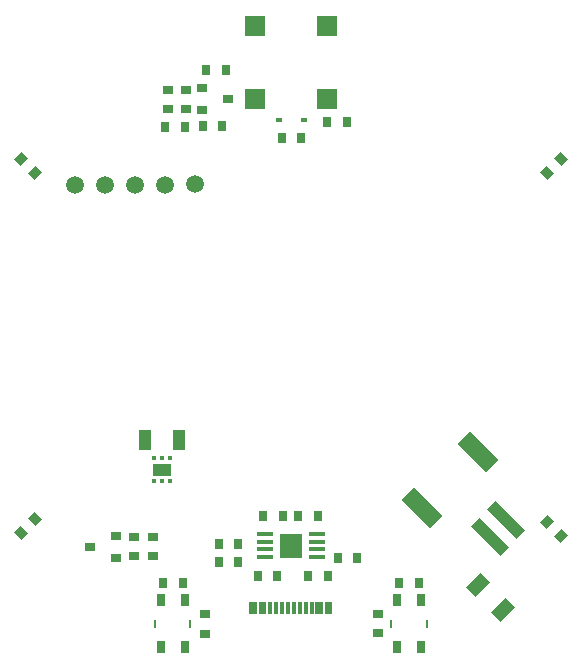
<source format=gbp>
G04 #@! TF.GenerationSoftware,KiCad,Pcbnew,8.0.5*
G04 #@! TF.CreationDate,2024-12-10T21:34:54+01:00*
G04 #@! TF.ProjectId,xmasOrnament2024,786d6173-4f72-46e6-916d-656e74323032,rev?*
G04 #@! TF.SameCoordinates,Original*
G04 #@! TF.FileFunction,Paste,Bot*
G04 #@! TF.FilePolarity,Positive*
%FSLAX46Y46*%
G04 Gerber Fmt 4.6, Leading zero omitted, Abs format (unit mm)*
G04 Created by KiCad (PCBNEW 8.0.5) date 2024-12-10 21:34:54*
%MOMM*%
%LPD*%
G01*
G04 APERTURE LIST*
G04 Aperture macros list*
%AMRotRect*
0 Rectangle, with rotation*
0 The origin of the aperture is its center*
0 $1 length*
0 $2 width*
0 $3 Rotation angle, in degrees counterclockwise*
0 Add horizontal line*
21,1,$1,$2,0,0,$3*%
G04 Aperture macros list end*
%ADD10C,1.500000*%
%ADD11RotRect,0.800000X0.950000X135.000000*%
%ADD12R,0.800000X0.950000*%
%ADD13R,0.900000X0.800000*%
%ADD14RotRect,1.000000X3.500000X225.000000*%
%ADD15RotRect,1.500000X3.400000X225.000000*%
%ADD16R,0.950000X0.800000*%
%ADD17RotRect,0.800000X0.950000X45.000000*%
%ADD18R,1.125000X1.750000*%
%ADD19RotRect,1.125000X1.750000X135.000000*%
%ADD20R,0.590000X0.450000*%
%ADD21R,0.300000X1.140000*%
%ADD22R,1.400000X0.450000*%
%ADD23R,1.880000X2.000000*%
%ADD24R,0.700000X1.100000*%
%ADD25R,0.250000X0.700000*%
%ADD26R,0.300000X0.450000*%
%ADD27R,1.600000X1.000000*%
%ADD28RotRect,0.800000X0.950000X225.000000*%
%ADD29R,1.800000X1.800000*%
G04 APERTURE END LIST*
D10*
X133190000Y-82100000D03*
X125550000Y-82100000D03*
D11*
X122183363Y-81033363D03*
X121016637Y-79866637D03*
D12*
X149450000Y-113650000D03*
X147800000Y-113650000D03*
X137725000Y-114000000D03*
X139375000Y-114000000D03*
D13*
X129050000Y-111750001D03*
X126850001Y-112700000D03*
X129050000Y-113649999D03*
D10*
X130650000Y-82100000D03*
D14*
X160674406Y-111838620D03*
X162088620Y-110424406D03*
D15*
X159684457Y-104696841D03*
X154946841Y-109434457D03*
D16*
X130550000Y-113525000D03*
X130550000Y-111875000D03*
D12*
X141525000Y-110100000D03*
X143175000Y-110100000D03*
D17*
X121016637Y-111533363D03*
X122183363Y-110366637D03*
D18*
X134412500Y-103700000D03*
X131487500Y-103700000D03*
D10*
X135750000Y-82000000D03*
D12*
X136675000Y-72300000D03*
X138325000Y-72300000D03*
D19*
X161784144Y-118034144D03*
X159715856Y-115965856D03*
D20*
X142845000Y-76600000D03*
X144955000Y-76600000D03*
D16*
X151200000Y-118375000D03*
X151200000Y-120025000D03*
D21*
X147200000Y-117890000D03*
X146400000Y-117890000D03*
X145100000Y-117890000D03*
X144100000Y-117890000D03*
X143600000Y-117890000D03*
X142600000Y-117890000D03*
X141300000Y-117890000D03*
X140500000Y-117890000D03*
X140800000Y-117890000D03*
X141600000Y-117890000D03*
X142100000Y-117890000D03*
X143100000Y-117890000D03*
X144600000Y-117890000D03*
X145600000Y-117890000D03*
X146100000Y-117890000D03*
X146900000Y-117890000D03*
D16*
X133450000Y-74025000D03*
X133450000Y-75675000D03*
X136550000Y-118425000D03*
X136550000Y-120075000D03*
D12*
X133225000Y-77200000D03*
X134875000Y-77200000D03*
X136375000Y-77100000D03*
X138025000Y-77100000D03*
D22*
X141650000Y-113575000D03*
X141650000Y-112925000D03*
X141650000Y-112275000D03*
X141650000Y-111625000D03*
X146050000Y-111625000D03*
X146050000Y-112275000D03*
X146050000Y-112925000D03*
X146050000Y-113575000D03*
D23*
X143850000Y-112600000D03*
D12*
X148600000Y-76700000D03*
X146950000Y-76700000D03*
D24*
X132850000Y-117250000D03*
X132850000Y-121150000D03*
X134850000Y-117250000D03*
X134850000Y-121150000D03*
D25*
X135350000Y-119200000D03*
X132350000Y-119200000D03*
D26*
X132300000Y-105225000D03*
X132950000Y-105225000D03*
X133600000Y-105225000D03*
X133600000Y-107175000D03*
X132950000Y-107175000D03*
X132300000Y-107175000D03*
D27*
X132950000Y-106200000D03*
D12*
X137725000Y-112500000D03*
X139375000Y-112500000D03*
D13*
X136350000Y-75750000D03*
X138550000Y-74800000D03*
X136350000Y-73850000D03*
D12*
X133025000Y-115750000D03*
X134675000Y-115750000D03*
X154675000Y-115750000D03*
X153025000Y-115750000D03*
X144487000Y-110096500D03*
X146137000Y-110096500D03*
D16*
X132150000Y-113525000D03*
X132150000Y-111875000D03*
X134950000Y-75675000D03*
X134950000Y-74025000D03*
D24*
X154850000Y-121150000D03*
X154850000Y-117250000D03*
X152850000Y-121150000D03*
X152850000Y-117250000D03*
D25*
X152350000Y-119200000D03*
X155350000Y-119200000D03*
D28*
X166683362Y-79866637D03*
X165516638Y-81033363D03*
D12*
X141025000Y-115200000D03*
X142675000Y-115200000D03*
D11*
X166683363Y-111783363D03*
X165516637Y-110616637D03*
D10*
X128110000Y-82100000D03*
D29*
X146925000Y-74775000D03*
X140775000Y-74775000D03*
X140775000Y-68625000D03*
X146925000Y-68625000D03*
D12*
X146975000Y-115200000D03*
X145325000Y-115200000D03*
X143075000Y-78100000D03*
X144725000Y-78100000D03*
M02*

</source>
